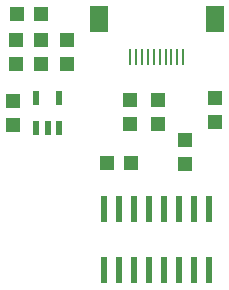
<source format=gbr>
G04 EAGLE Gerber RS-274X export*
G75*
%MOMM*%
%FSLAX34Y34*%
%LPD*%
%INSolderpaste Top*%
%IPPOS*%
%AMOC8*
5,1,8,0,0,1.08239X$1,22.5*%
G01*
%ADD10R,0.250000X1.400000*%
%ADD11R,1.600000X2.200000*%
%ADD12R,1.300000X1.200000*%
%ADD13R,1.200000X1.300000*%
%ADD14R,0.600000X2.200000*%
%ADD15R,0.550000X1.200000*%


D10*
X222180Y284300D03*
X217180Y284300D03*
X212180Y284300D03*
X207180Y284300D03*
X202180Y284300D03*
X197180Y284300D03*
X192180Y284300D03*
X187180Y284300D03*
X182180Y284300D03*
X177180Y284300D03*
D11*
X248680Y315800D03*
X150680Y315800D03*
D12*
X223810Y213360D03*
X223810Y193040D03*
X248630Y228600D03*
X248630Y248920D03*
D13*
X157480Y194020D03*
X177800Y194020D03*
D12*
X200950Y247650D03*
X200950Y227330D03*
D13*
X81280Y320330D03*
X101600Y320330D03*
D12*
X176820Y247650D03*
X176820Y227330D03*
X80300Y278130D03*
X80300Y298450D03*
X101890Y278130D03*
X101890Y298450D03*
D14*
X167930Y103540D03*
X193330Y155540D03*
X155230Y103540D03*
X180630Y103540D03*
X193330Y103540D03*
X180630Y155540D03*
X206030Y155540D03*
X218730Y155540D03*
X218730Y103540D03*
X244130Y155540D03*
X206030Y103540D03*
X231430Y103540D03*
X231430Y155540D03*
X244130Y103540D03*
X167930Y155540D03*
X155230Y155540D03*
D15*
X97850Y223489D03*
X107350Y223489D03*
X116850Y223489D03*
X116850Y249491D03*
X97850Y249491D03*
D12*
X78140Y226330D03*
X78140Y246650D03*
X123390Y277950D03*
X123390Y298270D03*
M02*

</source>
